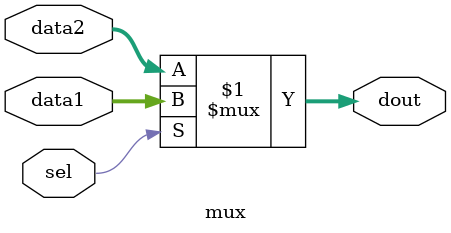
<source format=v>

module mux(data1,data2,sel,dout
    );
	input [31:0]data1;
	input [31:0]data2;
	input sel;
	output [31:0]dout;
	
	assign dout = sel ? data1 : data2 ;

endmodule

</source>
